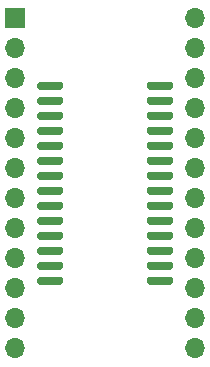
<source format=gbr>
%TF.GenerationSoftware,KiCad,Pcbnew,(5.1.6)-1*%
%TF.CreationDate,2021-05-02T13:18:50+02:00*%
%TF.ProjectId,cal-fram,63616c2d-6672-4616-9d2e-6b696361645f,rev?*%
%TF.SameCoordinates,Original*%
%TF.FileFunction,Soldermask,Top*%
%TF.FilePolarity,Negative*%
%FSLAX46Y46*%
G04 Gerber Fmt 4.6, Leading zero omitted, Abs format (unit mm)*
G04 Created by KiCad (PCBNEW (5.1.6)-1) date 2021-05-02 13:18:50*
%MOMM*%
%LPD*%
G01*
G04 APERTURE LIST*
%ADD10O,1.700000X1.700000*%
%ADD11R,1.700000X1.700000*%
G04 APERTURE END LIST*
%TO.C,U1*%
G36*
G01*
X156200000Y-75890000D02*
X156200000Y-75540000D01*
G75*
G02*
X156375000Y-75365000I175000J0D01*
G01*
X158175000Y-75365000D01*
G75*
G02*
X158350000Y-75540000I0J-175000D01*
G01*
X158350000Y-75890000D01*
G75*
G02*
X158175000Y-76065000I-175000J0D01*
G01*
X156375000Y-76065000D01*
G75*
G02*
X156200000Y-75890000I0J175000D01*
G01*
G37*
G36*
G01*
X156200000Y-77160000D02*
X156200000Y-76810000D01*
G75*
G02*
X156375000Y-76635000I175000J0D01*
G01*
X158175000Y-76635000D01*
G75*
G02*
X158350000Y-76810000I0J-175000D01*
G01*
X158350000Y-77160000D01*
G75*
G02*
X158175000Y-77335000I-175000J0D01*
G01*
X156375000Y-77335000D01*
G75*
G02*
X156200000Y-77160000I0J175000D01*
G01*
G37*
G36*
G01*
X156200000Y-78430000D02*
X156200000Y-78080000D01*
G75*
G02*
X156375000Y-77905000I175000J0D01*
G01*
X158175000Y-77905000D01*
G75*
G02*
X158350000Y-78080000I0J-175000D01*
G01*
X158350000Y-78430000D01*
G75*
G02*
X158175000Y-78605000I-175000J0D01*
G01*
X156375000Y-78605000D01*
G75*
G02*
X156200000Y-78430000I0J175000D01*
G01*
G37*
G36*
G01*
X156200000Y-79700000D02*
X156200000Y-79350000D01*
G75*
G02*
X156375000Y-79175000I175000J0D01*
G01*
X158175000Y-79175000D01*
G75*
G02*
X158350000Y-79350000I0J-175000D01*
G01*
X158350000Y-79700000D01*
G75*
G02*
X158175000Y-79875000I-175000J0D01*
G01*
X156375000Y-79875000D01*
G75*
G02*
X156200000Y-79700000I0J175000D01*
G01*
G37*
G36*
G01*
X156200000Y-80970000D02*
X156200000Y-80620000D01*
G75*
G02*
X156375000Y-80445000I175000J0D01*
G01*
X158175000Y-80445000D01*
G75*
G02*
X158350000Y-80620000I0J-175000D01*
G01*
X158350000Y-80970000D01*
G75*
G02*
X158175000Y-81145000I-175000J0D01*
G01*
X156375000Y-81145000D01*
G75*
G02*
X156200000Y-80970000I0J175000D01*
G01*
G37*
G36*
G01*
X156200000Y-82240000D02*
X156200000Y-81890000D01*
G75*
G02*
X156375000Y-81715000I175000J0D01*
G01*
X158175000Y-81715000D01*
G75*
G02*
X158350000Y-81890000I0J-175000D01*
G01*
X158350000Y-82240000D01*
G75*
G02*
X158175000Y-82415000I-175000J0D01*
G01*
X156375000Y-82415000D01*
G75*
G02*
X156200000Y-82240000I0J175000D01*
G01*
G37*
G36*
G01*
X156200000Y-83510000D02*
X156200000Y-83160000D01*
G75*
G02*
X156375000Y-82985000I175000J0D01*
G01*
X158175000Y-82985000D01*
G75*
G02*
X158350000Y-83160000I0J-175000D01*
G01*
X158350000Y-83510000D01*
G75*
G02*
X158175000Y-83685000I-175000J0D01*
G01*
X156375000Y-83685000D01*
G75*
G02*
X156200000Y-83510000I0J175000D01*
G01*
G37*
G36*
G01*
X156200000Y-84780000D02*
X156200000Y-84430000D01*
G75*
G02*
X156375000Y-84255000I175000J0D01*
G01*
X158175000Y-84255000D01*
G75*
G02*
X158350000Y-84430000I0J-175000D01*
G01*
X158350000Y-84780000D01*
G75*
G02*
X158175000Y-84955000I-175000J0D01*
G01*
X156375000Y-84955000D01*
G75*
G02*
X156200000Y-84780000I0J175000D01*
G01*
G37*
G36*
G01*
X156200000Y-86050000D02*
X156200000Y-85700000D01*
G75*
G02*
X156375000Y-85525000I175000J0D01*
G01*
X158175000Y-85525000D01*
G75*
G02*
X158350000Y-85700000I0J-175000D01*
G01*
X158350000Y-86050000D01*
G75*
G02*
X158175000Y-86225000I-175000J0D01*
G01*
X156375000Y-86225000D01*
G75*
G02*
X156200000Y-86050000I0J175000D01*
G01*
G37*
G36*
G01*
X156200000Y-87320000D02*
X156200000Y-86970000D01*
G75*
G02*
X156375000Y-86795000I175000J0D01*
G01*
X158175000Y-86795000D01*
G75*
G02*
X158350000Y-86970000I0J-175000D01*
G01*
X158350000Y-87320000D01*
G75*
G02*
X158175000Y-87495000I-175000J0D01*
G01*
X156375000Y-87495000D01*
G75*
G02*
X156200000Y-87320000I0J175000D01*
G01*
G37*
G36*
G01*
X156200000Y-88590000D02*
X156200000Y-88240000D01*
G75*
G02*
X156375000Y-88065000I175000J0D01*
G01*
X158175000Y-88065000D01*
G75*
G02*
X158350000Y-88240000I0J-175000D01*
G01*
X158350000Y-88590000D01*
G75*
G02*
X158175000Y-88765000I-175000J0D01*
G01*
X156375000Y-88765000D01*
G75*
G02*
X156200000Y-88590000I0J175000D01*
G01*
G37*
G36*
G01*
X156200000Y-89860000D02*
X156200000Y-89510000D01*
G75*
G02*
X156375000Y-89335000I175000J0D01*
G01*
X158175000Y-89335000D01*
G75*
G02*
X158350000Y-89510000I0J-175000D01*
G01*
X158350000Y-89860000D01*
G75*
G02*
X158175000Y-90035000I-175000J0D01*
G01*
X156375000Y-90035000D01*
G75*
G02*
X156200000Y-89860000I0J175000D01*
G01*
G37*
G36*
G01*
X156200000Y-91130000D02*
X156200000Y-90780000D01*
G75*
G02*
X156375000Y-90605000I175000J0D01*
G01*
X158175000Y-90605000D01*
G75*
G02*
X158350000Y-90780000I0J-175000D01*
G01*
X158350000Y-91130000D01*
G75*
G02*
X158175000Y-91305000I-175000J0D01*
G01*
X156375000Y-91305000D01*
G75*
G02*
X156200000Y-91130000I0J175000D01*
G01*
G37*
G36*
G01*
X156200000Y-92400000D02*
X156200000Y-92050000D01*
G75*
G02*
X156375000Y-91875000I175000J0D01*
G01*
X158175000Y-91875000D01*
G75*
G02*
X158350000Y-92050000I0J-175000D01*
G01*
X158350000Y-92400000D01*
G75*
G02*
X158175000Y-92575000I-175000J0D01*
G01*
X156375000Y-92575000D01*
G75*
G02*
X156200000Y-92400000I0J175000D01*
G01*
G37*
G36*
G01*
X146900000Y-92400000D02*
X146900000Y-92050000D01*
G75*
G02*
X147075000Y-91875000I175000J0D01*
G01*
X148875000Y-91875000D01*
G75*
G02*
X149050000Y-92050000I0J-175000D01*
G01*
X149050000Y-92400000D01*
G75*
G02*
X148875000Y-92575000I-175000J0D01*
G01*
X147075000Y-92575000D01*
G75*
G02*
X146900000Y-92400000I0J175000D01*
G01*
G37*
G36*
G01*
X146900000Y-91130000D02*
X146900000Y-90780000D01*
G75*
G02*
X147075000Y-90605000I175000J0D01*
G01*
X148875000Y-90605000D01*
G75*
G02*
X149050000Y-90780000I0J-175000D01*
G01*
X149050000Y-91130000D01*
G75*
G02*
X148875000Y-91305000I-175000J0D01*
G01*
X147075000Y-91305000D01*
G75*
G02*
X146900000Y-91130000I0J175000D01*
G01*
G37*
G36*
G01*
X146900000Y-89860000D02*
X146900000Y-89510000D01*
G75*
G02*
X147075000Y-89335000I175000J0D01*
G01*
X148875000Y-89335000D01*
G75*
G02*
X149050000Y-89510000I0J-175000D01*
G01*
X149050000Y-89860000D01*
G75*
G02*
X148875000Y-90035000I-175000J0D01*
G01*
X147075000Y-90035000D01*
G75*
G02*
X146900000Y-89860000I0J175000D01*
G01*
G37*
G36*
G01*
X146900000Y-88590000D02*
X146900000Y-88240000D01*
G75*
G02*
X147075000Y-88065000I175000J0D01*
G01*
X148875000Y-88065000D01*
G75*
G02*
X149050000Y-88240000I0J-175000D01*
G01*
X149050000Y-88590000D01*
G75*
G02*
X148875000Y-88765000I-175000J0D01*
G01*
X147075000Y-88765000D01*
G75*
G02*
X146900000Y-88590000I0J175000D01*
G01*
G37*
G36*
G01*
X146900000Y-87320000D02*
X146900000Y-86970000D01*
G75*
G02*
X147075000Y-86795000I175000J0D01*
G01*
X148875000Y-86795000D01*
G75*
G02*
X149050000Y-86970000I0J-175000D01*
G01*
X149050000Y-87320000D01*
G75*
G02*
X148875000Y-87495000I-175000J0D01*
G01*
X147075000Y-87495000D01*
G75*
G02*
X146900000Y-87320000I0J175000D01*
G01*
G37*
G36*
G01*
X146900000Y-86050000D02*
X146900000Y-85700000D01*
G75*
G02*
X147075000Y-85525000I175000J0D01*
G01*
X148875000Y-85525000D01*
G75*
G02*
X149050000Y-85700000I0J-175000D01*
G01*
X149050000Y-86050000D01*
G75*
G02*
X148875000Y-86225000I-175000J0D01*
G01*
X147075000Y-86225000D01*
G75*
G02*
X146900000Y-86050000I0J175000D01*
G01*
G37*
G36*
G01*
X146900000Y-84780000D02*
X146900000Y-84430000D01*
G75*
G02*
X147075000Y-84255000I175000J0D01*
G01*
X148875000Y-84255000D01*
G75*
G02*
X149050000Y-84430000I0J-175000D01*
G01*
X149050000Y-84780000D01*
G75*
G02*
X148875000Y-84955000I-175000J0D01*
G01*
X147075000Y-84955000D01*
G75*
G02*
X146900000Y-84780000I0J175000D01*
G01*
G37*
G36*
G01*
X146900000Y-83510000D02*
X146900000Y-83160000D01*
G75*
G02*
X147075000Y-82985000I175000J0D01*
G01*
X148875000Y-82985000D01*
G75*
G02*
X149050000Y-83160000I0J-175000D01*
G01*
X149050000Y-83510000D01*
G75*
G02*
X148875000Y-83685000I-175000J0D01*
G01*
X147075000Y-83685000D01*
G75*
G02*
X146900000Y-83510000I0J175000D01*
G01*
G37*
G36*
G01*
X146900000Y-82240000D02*
X146900000Y-81890000D01*
G75*
G02*
X147075000Y-81715000I175000J0D01*
G01*
X148875000Y-81715000D01*
G75*
G02*
X149050000Y-81890000I0J-175000D01*
G01*
X149050000Y-82240000D01*
G75*
G02*
X148875000Y-82415000I-175000J0D01*
G01*
X147075000Y-82415000D01*
G75*
G02*
X146900000Y-82240000I0J175000D01*
G01*
G37*
G36*
G01*
X146900000Y-80970000D02*
X146900000Y-80620000D01*
G75*
G02*
X147075000Y-80445000I175000J0D01*
G01*
X148875000Y-80445000D01*
G75*
G02*
X149050000Y-80620000I0J-175000D01*
G01*
X149050000Y-80970000D01*
G75*
G02*
X148875000Y-81145000I-175000J0D01*
G01*
X147075000Y-81145000D01*
G75*
G02*
X146900000Y-80970000I0J175000D01*
G01*
G37*
G36*
G01*
X146900000Y-79700000D02*
X146900000Y-79350000D01*
G75*
G02*
X147075000Y-79175000I175000J0D01*
G01*
X148875000Y-79175000D01*
G75*
G02*
X149050000Y-79350000I0J-175000D01*
G01*
X149050000Y-79700000D01*
G75*
G02*
X148875000Y-79875000I-175000J0D01*
G01*
X147075000Y-79875000D01*
G75*
G02*
X146900000Y-79700000I0J175000D01*
G01*
G37*
G36*
G01*
X146900000Y-78430000D02*
X146900000Y-78080000D01*
G75*
G02*
X147075000Y-77905000I175000J0D01*
G01*
X148875000Y-77905000D01*
G75*
G02*
X149050000Y-78080000I0J-175000D01*
G01*
X149050000Y-78430000D01*
G75*
G02*
X148875000Y-78605000I-175000J0D01*
G01*
X147075000Y-78605000D01*
G75*
G02*
X146900000Y-78430000I0J175000D01*
G01*
G37*
G36*
G01*
X146900000Y-77160000D02*
X146900000Y-76810000D01*
G75*
G02*
X147075000Y-76635000I175000J0D01*
G01*
X148875000Y-76635000D01*
G75*
G02*
X149050000Y-76810000I0J-175000D01*
G01*
X149050000Y-77160000D01*
G75*
G02*
X148875000Y-77335000I-175000J0D01*
G01*
X147075000Y-77335000D01*
G75*
G02*
X146900000Y-77160000I0J175000D01*
G01*
G37*
G36*
G01*
X146900000Y-75890000D02*
X146900000Y-75540000D01*
G75*
G02*
X147075000Y-75365000I175000J0D01*
G01*
X148875000Y-75365000D01*
G75*
G02*
X149050000Y-75540000I0J-175000D01*
G01*
X149050000Y-75890000D01*
G75*
G02*
X148875000Y-76065000I-175000J0D01*
G01*
X147075000Y-76065000D01*
G75*
G02*
X146900000Y-75890000I0J175000D01*
G01*
G37*
%TD*%
D10*
%TO.C,J1*%
X160240000Y-70000000D03*
X145000000Y-97940000D03*
X160240000Y-72540000D03*
X145000000Y-95400000D03*
X160240000Y-75080000D03*
X145000000Y-92860000D03*
X160240000Y-77620000D03*
X145000000Y-90320000D03*
X160240000Y-80160000D03*
X145000000Y-87780000D03*
X160240000Y-82700000D03*
X145000000Y-85240000D03*
X160240000Y-85240000D03*
X145000000Y-82700000D03*
X160240000Y-87780000D03*
X145000000Y-80160000D03*
X160240000Y-90320000D03*
X145000000Y-77620000D03*
X160240000Y-92860000D03*
X145000000Y-75080000D03*
X160240000Y-95400000D03*
X145000000Y-72540000D03*
X160240000Y-97940000D03*
D11*
X145000000Y-70000000D03*
%TD*%
M02*

</source>
